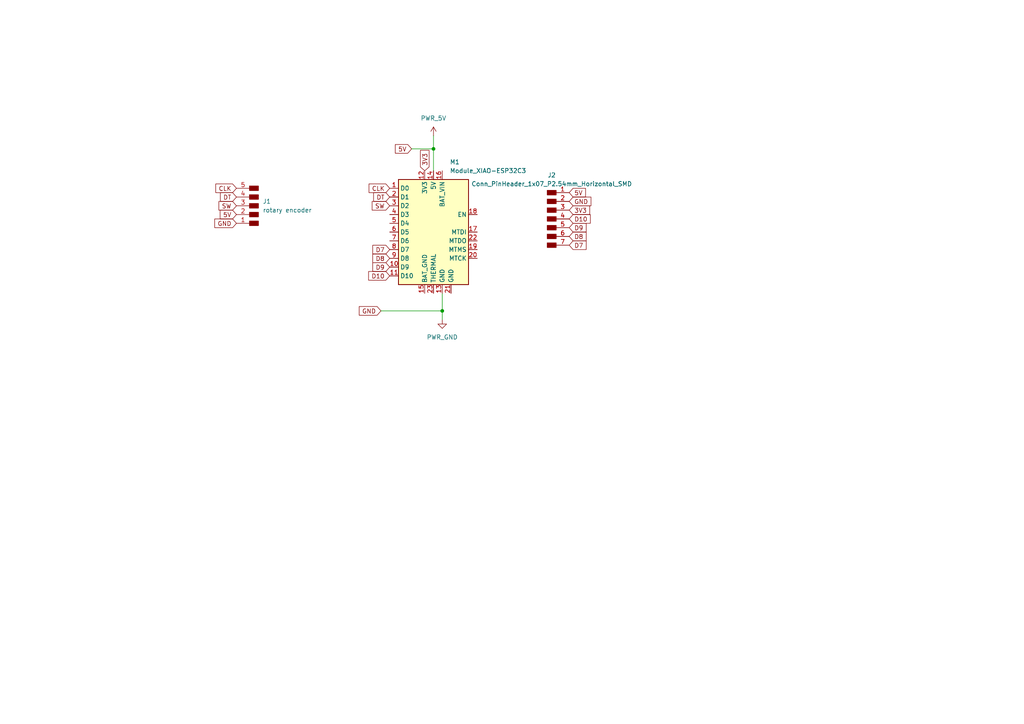
<source format=kicad_sch>
(kicad_sch (version 20231120) (generator "eeschema") (generator_version "8.0")
  (paper "A4")
  (lib_symbols
    (symbol "Fabac:Conn_PinHeader_1x05_P2.54mm_Horizontal_SMD" (pin_names hide)
      (property "Reference" "J" (at 0 7.62 0))
      (property "Value" "Conn_PinHeader_1x05_P2.54mm_Horizontal_SMD" (at 0 -7.62 0))
      (symbol "Conn_PinHeader_1x05_P2.54mm_Horizontal_SMD_1_1"
        (rectangle (start -1.27 -4.445) (end 1.27 -5.715) (stroke (width 0.254)) (fill (type outline)))
        (rectangle (start -1.27 -1.905) (end 1.27 -3.175) (stroke (width 0.254)) (fill (type outline)))
        (rectangle (start -1.27 0.635) (end 1.27 -0.635) (stroke (width 0.254)) (fill (type outline)))
        (rectangle (start -1.27 3.175) (end 1.27 1.905) (stroke (width 0.254)) (fill (type outline)))
        (rectangle (start -1.27 5.715) (end 1.27 4.445) (stroke (width 0.254)) (fill (type outline)))
        (pin passive line (at 5.08 5.08 180) (length 3.81) (name "Pin_1") (number "1"))
        (pin passive line (at 5.08 2.54 180) (length 3.81) (name "Pin_2") (number "2"))
        (pin passive line (at 5.08 0 180) (length 3.81) (name "Pin_3") (number "3"))
        (pin passive line (at 5.08 -2.54 180) (length 3.81) (name "Pin_4") (number "4"))
        (pin passive line (at 5.08 -5.08 180) (length 3.81) (name "Pin_5") (number "5"))
      )
    )
    (symbol "Fabac:Conn_PinHeader_1x07_P2.54mm_Horizontal_SMD" (pin_names hide)
      (property "Reference" "J" (at 0 10.16 0))
      (property "Value" "Conn_PinHeader_1x07_P2.54mm_Horizontal_SMD" (at 0 -10.16 0))
      (symbol "Conn_PinHeader_1x07_P2.54mm_Horizontal_SMD_1_1"
        (rectangle (start -1.27 -6.985) (end 1.27 -8.255) (stroke (width 0.254)) (fill (type outline)))
        (rectangle (start -1.27 -4.445) (end 1.27 -5.715) (stroke (width 0.254)) (fill (type outline)))
        (rectangle (start -1.27 -1.905) (end 1.27 -3.175) (stroke (width 0.254)) (fill (type outline)))
        (rectangle (start -1.27 0.635) (end 1.27 -0.635) (stroke (width 0.254)) (fill (type outline)))
        (rectangle (start -1.27 3.175) (end 1.27 1.905) (stroke (width 0.254)) (fill (type outline)))
        (rectangle (start -1.27 5.715) (end 1.27 4.445) (stroke (width 0.254)) (fill (type outline)))
        (rectangle (start -1.27 8.255) (end 1.27 6.985) (stroke (width 0.254)) (fill (type outline)))
        (pin passive line (at 5.08 7.62 180) (length 3.81) (name "Pin_1") (number "1"))
        (pin passive line (at 5.08 5.08 180) (length 3.81) (name "Pin_2") (number "2"))
        (pin passive line (at 5.08 2.54 180) (length 3.81) (name "Pin_3") (number "3"))
        (pin passive line (at 5.08 0 180) (length 3.81) (name "Pin_4") (number "4"))
        (pin passive line (at 5.08 -2.54 180) (length 3.81) (name "Pin_5") (number "5"))
        (pin passive line (at 5.08 -5.08 180) (length 3.81) (name "Pin_6") (number "6"))
        (pin passive line (at 5.08 -7.62 180) (length 3.81) (name "Pin_7") (number "7"))
      )
    )
    (symbol "Fabac:Module_XIAO-ESP32C3"
      (property "Reference" "M" (at -10.16 16.51 0))
      (property "Value" "Module_XIAO-ESP32C3" (at 3.81 16.51 0))
      (symbol "Module_XIAO-ESP32C3_1_1"
        (rectangle (start -10.16 15.24) (end 10.16 -15.24) (stroke (width 0.254)) (fill (type background)))
        (pin bidirectional line (at -12.7 12.7 0) (length 2.54) (name "D0") (number "1"))
        (pin bidirectional line (at -12.7 -10.16 0) (length 2.54) (name "D9") (number "10"))
        (pin bidirectional line (at -12.7 -12.7 0) (length 2.54) (name "D10") (number "11"))
        (pin power_in line (at -2.54 17.78 270) (length 2.54) (name "3V3") (number "12"))
        (pin power_in line (at 2.54 -17.78 90) (length 2.54) (name "GND") (number "13"))
        (pin power_in line (at 0 17.78 270) (length 2.54) (name "5V") (number "14"))
        (pin power_in line (at -2.54 -17.78 90) (length 2.54) (name "BAT_GND") (number "15"))
        (pin power_in line (at 2.54 17.78 270) (length 2.54) (name "BAT_VIN") (number "16"))
        (pin input line (at 12.7 0 180) (length 2.54) (name "MTDI") (number "17"))
        (pin input line (at 12.7 5.08 180) (length 2.54) (name "EN") (number "18"))
        (pin input line (at 12.7 -5.08 180) (length 2.54) (name "MTMS") (number "19"))
        (pin bidirectional line (at -12.7 10.16 0) (length 2.54) (name "D1") (number "2"))
        (pin input line (at 12.7 -7.62 180) (length 2.54) (name "MTCK") (number "20"))
        (pin power_in line (at 5.08 -17.78 90) (length 2.54) (name "GND") (number "21"))
        (pin output line (at 12.7 -2.54 180) (length 2.54) (name "MTDO") (number "22"))
        (pin power_in line (at 0 -17.78 90) (length 2.54) (name "THERMAL") (number "23"))
        (pin bidirectional line (at -12.7 7.62 0) (length 2.54) (name "D2") (number "3"))
        (pin bidirectional line (at -12.7 5.08 0) (length 2.54) (name "D3") (number "4"))
        (pin bidirectional line (at -12.7 2.54 0) (length 2.54) (name "D4") (number "5"))
        (pin bidirectional line (at -12.7 0 0) (length 2.54) (name "D5") (number "6"))
        (pin bidirectional line (at -12.7 -2.54 0) (length 2.54) (name "D6") (number "7"))
        (pin bidirectional line (at -12.7 -5.08 0) (length 2.54) (name "D7") (number "8"))
        (pin bidirectional line (at -12.7 -7.62 0) (length 2.54) (name "D8") (number "9"))
      )
    )
    (symbol "Fabac:PWR_5V" (power) (pin_names (offset 0))
      (property "Value" "PWR_5V" (at 0 3.556 0))
      (symbol "PWR_5V_0_1"
        (polyline (pts (xy -0.762 1.27) (xy 0 2.54)))
        (polyline (pts (xy 0 0) (xy 0 2.54)))
        (polyline (pts (xy 0 2.54) (xy 0.762 1.27)))
      )
      (symbol "PWR_5V_1_1"
        (pin power_in line (at 0 0 90) (length 0) hide (name "PWR_5V") (number "1"))
      )
    )
    (symbol "Fabac:PWR_GND" (power) (pin_names (offset 0))
      (property "Value" "PWR_GND" (at 0 -3.81 0))
      (symbol "PWR_GND_0_1"
        (polyline (pts (xy 0 0) (xy 0 -1.27) (xy 1.27 -1.27) (xy 0 -2.54) (xy -1.27 -1.27) (xy 0 -1.27)))
      )
      (symbol "PWR_GND_1_1"
        (pin power_in line (at 0 0 270) (length 0) hide (name "PWR_GND") (number "1"))
      )
    )
  )
  (junction (at 128.27 90.17))
  (junction (at 125.73 43.18))
  (wire (pts (xy 110.49 90.17) (xy 128.27 90.17)))
  (wire (pts (xy 125.73 43.18) (xy 125.73 49.53)))
  (wire (pts (xy 125.73 39.37) (xy 125.73 43.18)))
  (wire (pts (xy 128.27 90.17) (xy 128.27 92.71)))
  (wire (pts (xy 119.38 43.18) (xy 125.73 43.18)))
  (wire (pts (xy 128.27 85.09) (xy 128.27 90.17)))
  (global_label "D10" (shape input) (at 113.03 80.01 180) (property "Intersheetrefs" "${INTERSHEET_REFS}" (effects (hide yes))))
  (global_label "D8" (shape input) (at 165.1 68.58 0) (property "Intersheetrefs" "${INTERSHEET_REFS}" (effects (hide yes))))
  (global_label "5V" (shape input) (at 68.58 62.23 180) (property "Intersheetrefs" "${INTERSHEET_REFS}" (effects (hide yes))))
  (global_label "5V" (shape input) (at 165.1 55.88 0) (property "Intersheetrefs" "${INTERSHEET_REFS}" (effects (hide yes))))
  (global_label "D10" (shape input) (at 165.1 63.5 0) (property "Intersheetrefs" "${INTERSHEET_REFS}" (effects (hide yes))))
  (global_label "SW" (shape input) (at 113.03 59.69 180) (property "Intersheetrefs" "${INTERSHEET_REFS}" (effects (hide yes))))
  (global_label "SW" (shape input) (at 68.58 59.69 180) (property "Intersheetrefs" "${INTERSHEET_REFS}" (effects (hide yes))))
  (global_label "GND" (shape input) (at 165.1 58.42 0) (property "Intersheetrefs" "${INTERSHEET_REFS}" (effects (hide yes))))
  (global_label "DT" (shape input) (at 113.03 57.15 180) (property "Intersheetrefs" "${INTERSHEET_REFS}" (effects (hide yes))))
  (global_label "D9" (shape input) (at 165.1 66.04 0) (property "Intersheetrefs" "${INTERSHEET_REFS}" (effects (hide yes))))
  (global_label "DT" (shape input) (at 68.58 57.15 180) (property "Intersheetrefs" "${INTERSHEET_REFS}" (effects (hide yes))))
  (global_label "D9" (shape input) (at 113.03 77.47 180) (property "Intersheetrefs" "${INTERSHEET_REFS}" (effects (hide yes))))
  (global_label "D7" (shape input) (at 165.1 71.12 0) (property "Intersheetrefs" "${INTERSHEET_REFS}" (effects (hide yes))))
  (global_label "CLK" (shape input) (at 68.58 54.61 180) (property "Intersheetrefs" "${INTERSHEET_REFS}" (effects (hide yes))))
  (global_label "D8" (shape input) (at 113.03 74.93 180) (property "Intersheetrefs" "${INTERSHEET_REFS}" (effects (hide yes))))
  (global_label "D7" (shape input) (at 113.03 72.39 180) (property "Intersheetrefs" "${INTERSHEET_REFS}" (effects (hide yes))))
  (global_label "CLK" (shape input) (at 113.03 54.61 180) (property "Intersheetrefs" "${INTERSHEET_REFS}" (effects (hide yes))))
  (global_label "3V3" (shape input) (at 123.19 49.53 90) (property "Intersheetrefs" "${INTERSHEET_REFS}" (effects (hide yes))))
  (global_label "GND" (shape input) (at 110.49 90.17 180) (property "Intersheetrefs" "${INTERSHEET_REFS}" (effects (hide yes))))
  (global_label "3V3" (shape input) (at 165.1 60.96 0) (property "Intersheetrefs" "${INTERSHEET_REFS}" (effects (hide yes))))
  (global_label "GND" (shape input) (at 68.58 64.77 180) (property "Intersheetrefs" "${INTERSHEET_REFS}" (effects (hide yes))))
  (global_label "5V" (shape input) (at 119.38 43.18 180) (property "Intersheetrefs" "${INTERSHEET_REFS}" (effects (hide yes))))
  (symbol (lib_id "Fabac:Module_XIAO-ESP32C3") (at 125.73 67.31 0) (unit 1)
    (property "Reference" "M1" (at 130.4641 46.99 0) (effects (justify left)))
    (property "Value" "Module_XIAO-ESP32C3" (at 130.4641 49.53 0) (effects (justify left)))
    (property "Footprint" "Fabac:SeeedStudio_XIAO_ESP32C3" (effects (hide yes)))
    (property "Datasheet" "https://wiki.seeedstudio.com/XIAO_ESP32C3_Getting_Started/" (effects (hide yes)))
    (property "Description" "ESP32-C3 Transceiver; 802.11 a/b/g/n (Wi-Fi, WiFi, WLAN), Bluetooth® Smart 4.x Low Energy (BLE) 2.4GHz Evaluation Board" (effects (hide yes)))
  )
  (symbol (lib_id "Fabac:PWR_GND") (at 128.27 92.71 0) (unit 1)
    (property "Reference" "#PWR02" (effects (hide yes)))
    (property "Value" "PWR_GND" (at 128.27 97.79 0))
    (property "Description" "Power symbol creates a global label with name \"GND\" , ground" (effects (hide yes)))
  )
  (symbol (lib_id "Fabac:Conn_PinHeader_1x07_P2.54mm_Horizontal_SMD") (at 160.02 63.5 0) (unit 1)
    (property "Reference" "J2" (at 160.02 50.8 0))
    (property "Value" "Conn_PinHeader_1x07_P2.54mm_Horizontal_SMD" (at 160.02 53.34 0))
    (property "Footprint" "Fabac:PinHeader_1x07_P2.54mm_Horizontal_SMD" (effects (hide yes)))
    (property "Description" "Male connector, single row" (effects (hide yes)))
  )
  (symbol (lib_id "Fabac:Conn_PinHeader_1x05_P2.54mm_Horizontal_SMD") (at 73.66 59.69 180) (unit 1)
    (property "Reference" "J1" (at 76.2 58.4199 0) (effects (justify right)))
    (property "Value" "rotary encoder" (at 76.2 60.9599 0) (effects (justify right)))
    (property "Footprint" "Fabac:PinHeader_1x05_P2.54mm_Horizontal_SMD" (effects (hide yes)))
    (property "Description" "Male connector, single row" (effects (hide yes)))
  )
  (symbol (lib_id "Fabac:PWR_5V") (at 125.73 39.37 0) (unit 1)
    (property "Reference" "#PWR01" (effects (hide yes)))
    (property "Value" "PWR_5V" (at 125.73 34.29 0))
    (property "Description" "Power symbol creates a global label with name \"+5V\"" (effects (hide yes)))
  )
)
</source>
